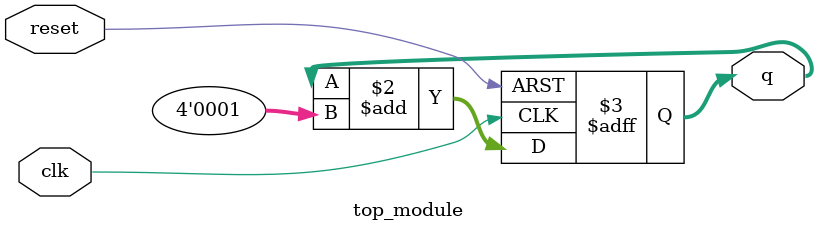
<source format=v>
module top_module (
    input  wire        clk,
    input  wire        reset,
    output  reg  [3:0] q
);
    always @(posedge clk or posedge reset) begin
        if (reset)
            q <= 4'b0000;
        else
            q <= q + 4'b0001;
    end
endmodule

</source>
